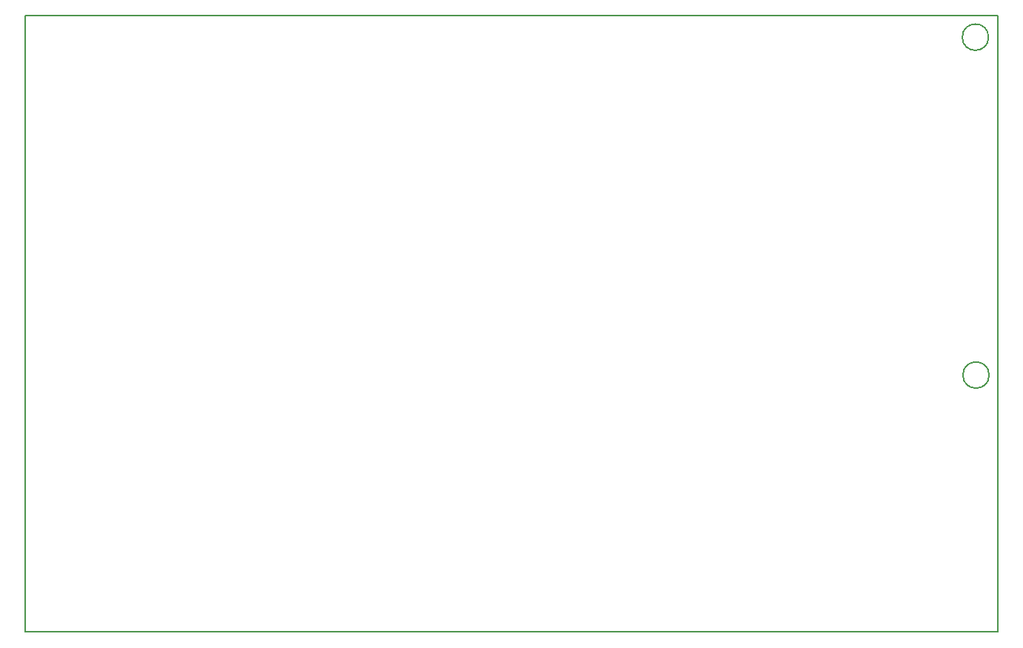
<source format=gbr>
%TF.GenerationSoftware,KiCad,Pcbnew,8.0.6*%
%TF.CreationDate,2024-11-10T17:01:15-08:00*%
%TF.ProjectId,veramonitor,76657261-6d6f-46e6-9974-6f722e6b6963,rev?*%
%TF.SameCoordinates,Original*%
%TF.FileFunction,Profile,NP*%
%FSLAX46Y46*%
G04 Gerber Fmt 4.6, Leading zero omitted, Abs format (unit mm)*
G04 Created by KiCad (PCBNEW 8.0.6) date 2024-11-10 17:01:15*
%MOMM*%
%LPD*%
G01*
G04 APERTURE LIST*
%TA.AperFunction,Profile*%
%ADD10C,0.200000*%
%TD*%
G04 APERTURE END LIST*
D10*
X150330000Y-107960000D02*
G75*
G02*
X147330000Y-107960000I-1500000J0D01*
G01*
X147330000Y-107960000D02*
G75*
G02*
X150330000Y-107960000I1500000J0D01*
G01*
X150260000Y-69330000D02*
G75*
G02*
X147260000Y-69330000I-1500000J0D01*
G01*
X147260000Y-69330000D02*
G75*
G02*
X150260000Y-69330000I1500000J0D01*
G01*
X40080000Y-66900000D02*
X151300000Y-66900000D01*
X151300000Y-137300000D01*
X40080000Y-137300000D01*
X40080000Y-66900000D01*
M02*

</source>
